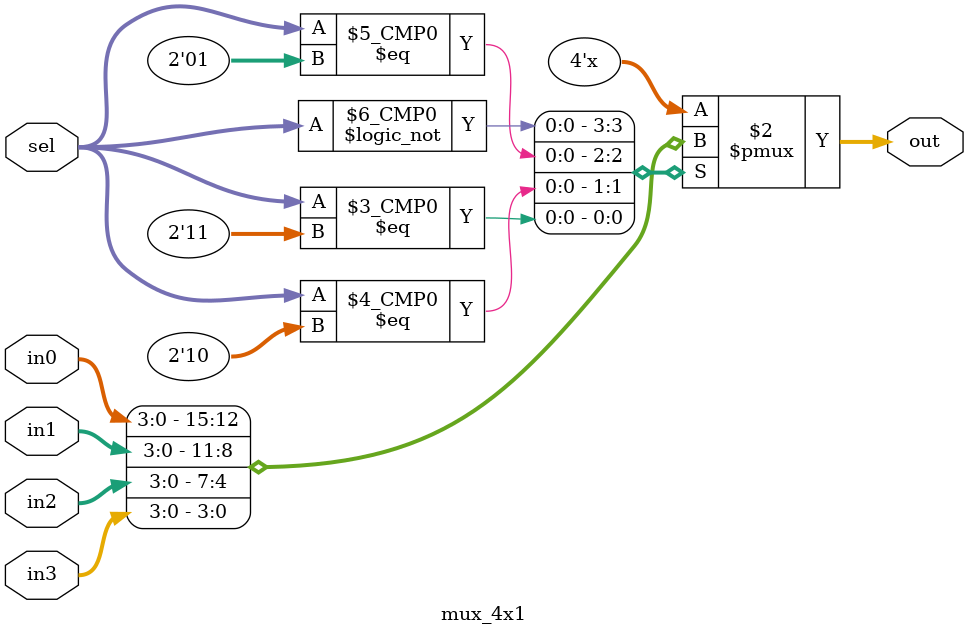
<source format=v>
module mux_4x1 (
    input [3:0] in0, in1, in2, in3, // Entradas de 4 bits cada
    input [1:0] sel,               // Seleção de 2 bits
    output reg [3:0] out           // Saída de 4 bits
);

    always @(*) begin
        case (sel)
            2'b00: out = in0;
            2'b01: out = in1;
            2'b10: out = in2;
            2'b11: out = in3;
            default: out = 4'b0000;
        endcase
    end
endmodule

</source>
